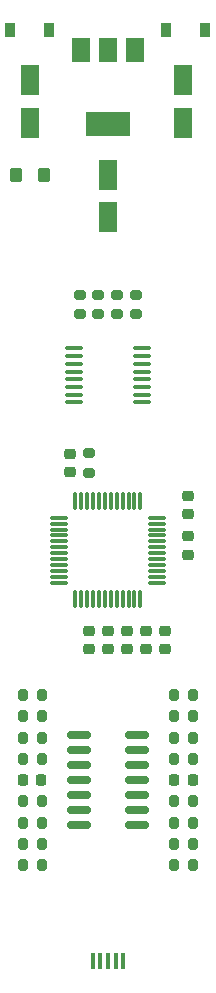
<source format=gbr>
%TF.GenerationSoftware,KiCad,Pcbnew,(6.0.11)*%
%TF.CreationDate,2023-03-09T16:41:40+00:00*%
%TF.ProjectId,QuadEnv_Components,51756164-456e-4765-9f43-6f6d706f6e65,rev?*%
%TF.SameCoordinates,Original*%
%TF.FileFunction,Paste,Top*%
%TF.FilePolarity,Positive*%
%FSLAX46Y46*%
G04 Gerber Fmt 4.6, Leading zero omitted, Abs format (unit mm)*
G04 Created by KiCad (PCBNEW (6.0.11)) date 2023-03-09 16:41:40*
%MOMM*%
%LPD*%
G01*
G04 APERTURE LIST*
G04 Aperture macros list*
%AMRoundRect*
0 Rectangle with rounded corners*
0 $1 Rounding radius*
0 $2 $3 $4 $5 $6 $7 $8 $9 X,Y pos of 4 corners*
0 Add a 4 corners polygon primitive as box body*
4,1,4,$2,$3,$4,$5,$6,$7,$8,$9,$2,$3,0*
0 Add four circle primitives for the rounded corners*
1,1,$1+$1,$2,$3*
1,1,$1+$1,$4,$5*
1,1,$1+$1,$6,$7*
1,1,$1+$1,$8,$9*
0 Add four rect primitives between the rounded corners*
20,1,$1+$1,$2,$3,$4,$5,0*
20,1,$1+$1,$4,$5,$6,$7,0*
20,1,$1+$1,$6,$7,$8,$9,0*
20,1,$1+$1,$8,$9,$2,$3,0*%
G04 Aperture macros list end*
%ADD10RoundRect,0.225000X0.250000X-0.225000X0.250000X0.225000X-0.250000X0.225000X-0.250000X-0.225000X0*%
%ADD11R,0.400000X1.350000*%
%ADD12RoundRect,0.250000X0.275000X0.350000X-0.275000X0.350000X-0.275000X-0.350000X0.275000X-0.350000X0*%
%ADD13RoundRect,0.200000X-0.200000X-0.275000X0.200000X-0.275000X0.200000X0.275000X-0.200000X0.275000X0*%
%ADD14RoundRect,0.200000X0.200000X0.275000X-0.200000X0.275000X-0.200000X-0.275000X0.200000X-0.275000X0*%
%ADD15RoundRect,0.200000X-0.275000X0.200000X-0.275000X-0.200000X0.275000X-0.200000X0.275000X0.200000X0*%
%ADD16RoundRect,0.200000X0.275000X-0.200000X0.275000X0.200000X-0.275000X0.200000X-0.275000X-0.200000X0*%
%ADD17RoundRect,0.225000X0.225000X0.250000X-0.225000X0.250000X-0.225000X-0.250000X0.225000X-0.250000X0*%
%ADD18RoundRect,0.225000X-0.225000X-0.250000X0.225000X-0.250000X0.225000X0.250000X-0.225000X0.250000X0*%
%ADD19RoundRect,0.225000X-0.250000X0.225000X-0.250000X-0.225000X0.250000X-0.225000X0.250000X0.225000X0*%
%ADD20RoundRect,0.100000X-0.637500X-0.100000X0.637500X-0.100000X0.637500X0.100000X-0.637500X0.100000X0*%
%ADD21RoundRect,0.150000X-0.825000X-0.150000X0.825000X-0.150000X0.825000X0.150000X-0.825000X0.150000X0*%
%ADD22RoundRect,0.075000X-0.075000X-0.662500X0.075000X-0.662500X0.075000X0.662500X-0.075000X0.662500X0*%
%ADD23RoundRect,0.075000X-0.662500X-0.075000X0.662500X-0.075000X0.662500X0.075000X-0.662500X0.075000X0*%
%ADD24RoundRect,0.250000X-0.550000X1.050000X-0.550000X-1.050000X0.550000X-1.050000X0.550000X1.050000X0*%
%ADD25RoundRect,0.250000X0.550000X-1.050000X0.550000X1.050000X-0.550000X1.050000X-0.550000X-1.050000X0*%
%ADD26R,0.900000X1.200000*%
%ADD27R,1.500000X2.000000*%
%ADD28R,3.800000X2.000000*%
G04 APERTURE END LIST*
D10*
%TO.C,C13*%
X62600000Y-110975000D03*
X62600000Y-109425000D03*
%TD*%
D11*
%TO.C,J7*%
X58100000Y-137415000D03*
X58750000Y-137415000D03*
X59400000Y-137415000D03*
X60050000Y-137415000D03*
X60700000Y-137415000D03*
%TD*%
D12*
%TO.C,L1*%
X51650000Y-70800000D03*
X53950000Y-70800000D03*
%TD*%
D13*
%TO.C,R24*%
X66625000Y-114870000D03*
X64975000Y-114870000D03*
%TD*%
%TO.C,R23*%
X66625000Y-116670000D03*
X64975000Y-116670000D03*
%TD*%
%TO.C,R22*%
X66625000Y-127470000D03*
X64975000Y-127470000D03*
%TD*%
%TO.C,R21*%
X66625000Y-129270000D03*
X64975000Y-129270000D03*
%TD*%
D14*
%TO.C,R20*%
X52175000Y-127470000D03*
X53825000Y-127470000D03*
%TD*%
%TO.C,R19*%
X52175000Y-129270000D03*
X53825000Y-129270000D03*
%TD*%
%TO.C,R18*%
X52175000Y-114870000D03*
X53825000Y-114870000D03*
%TD*%
%TO.C,R17*%
X52175000Y-116670000D03*
X53825000Y-116670000D03*
%TD*%
D13*
%TO.C,R16*%
X66625000Y-118470000D03*
X64975000Y-118470000D03*
%TD*%
%TO.C,R15*%
X66625000Y-125670000D03*
X64975000Y-125670000D03*
%TD*%
D14*
%TO.C,R14*%
X52175000Y-125670000D03*
X53825000Y-125670000D03*
%TD*%
D13*
%TO.C,R13*%
X53825000Y-118470000D03*
X52175000Y-118470000D03*
%TD*%
%TO.C,R12*%
X66625000Y-120270000D03*
X64975000Y-120270000D03*
%TD*%
%TO.C,R11*%
X66625000Y-123870000D03*
X64975000Y-123870000D03*
%TD*%
D14*
%TO.C,R10*%
X52175000Y-123870000D03*
X53825000Y-123870000D03*
%TD*%
%TO.C,R9*%
X52175000Y-120270000D03*
X53825000Y-120270000D03*
%TD*%
D15*
%TO.C,R5*%
X57800000Y-96025000D03*
X57800000Y-94375000D03*
%TD*%
D16*
%TO.C,R4*%
X60200000Y-80975000D03*
X60200000Y-82625000D03*
%TD*%
%TO.C,R3*%
X61800000Y-80975000D03*
X61800000Y-82625000D03*
%TD*%
D15*
%TO.C,R2*%
X58600000Y-82625000D03*
X58600000Y-80975000D03*
%TD*%
%TO.C,R1*%
X57000000Y-82625000D03*
X57000000Y-80975000D03*
%TD*%
D10*
%TO.C,C12*%
X59400000Y-109425000D03*
X59400000Y-110975000D03*
%TD*%
%TO.C,C11*%
X57800000Y-109425000D03*
X57800000Y-110975000D03*
%TD*%
D17*
%TO.C,C10*%
X65025000Y-122070000D03*
X66575000Y-122070000D03*
%TD*%
D18*
%TO.C,C9*%
X53775000Y-122070000D03*
X52225000Y-122070000D03*
%TD*%
D19*
%TO.C,C7*%
X61000000Y-109425000D03*
X61000000Y-110975000D03*
%TD*%
D10*
%TO.C,C6*%
X56200000Y-94425000D03*
X56200000Y-95975000D03*
%TD*%
%TO.C,C3*%
X66200000Y-98025000D03*
X66200000Y-99575000D03*
%TD*%
D19*
%TO.C,C2*%
X64200000Y-110975000D03*
X64200000Y-109425000D03*
%TD*%
%TO.C,C1*%
X66200000Y-102975000D03*
X66200000Y-101425000D03*
%TD*%
D20*
%TO.C,U3*%
X62262500Y-85525000D03*
X62262500Y-86175000D03*
X62262500Y-86825000D03*
X62262500Y-87475000D03*
X62262500Y-88125000D03*
X62262500Y-88775000D03*
X62262500Y-89425000D03*
X62262500Y-90075000D03*
X56537500Y-90075000D03*
X56537500Y-89425000D03*
X56537500Y-88775000D03*
X56537500Y-88125000D03*
X56537500Y-87475000D03*
X56537500Y-86825000D03*
X56537500Y-86175000D03*
X56537500Y-85525000D03*
%TD*%
D21*
%TO.C,U4*%
X61875000Y-118260000D03*
X61875000Y-119530000D03*
X61875000Y-120800000D03*
X61875000Y-122070000D03*
X61875000Y-123340000D03*
X61875000Y-124610000D03*
X61875000Y-125880000D03*
X56925000Y-125880000D03*
X56925000Y-124610000D03*
X56925000Y-123340000D03*
X56925000Y-122070000D03*
X56925000Y-120800000D03*
X56925000Y-119530000D03*
X56925000Y-118260000D03*
%TD*%
D22*
%TO.C,U1*%
X56650000Y-98437500D03*
X57150000Y-98437500D03*
X57650000Y-98437500D03*
X58150000Y-98437500D03*
X58650000Y-98437500D03*
X59150000Y-98437500D03*
X59650000Y-98437500D03*
X60150000Y-98437500D03*
X60650000Y-98437500D03*
X61150000Y-98437500D03*
X61650000Y-98437500D03*
X62150000Y-98437500D03*
D23*
X63562500Y-99850000D03*
X63562500Y-100350000D03*
X63562500Y-100850000D03*
X63562500Y-101350000D03*
X63562500Y-101850000D03*
X63562500Y-102350000D03*
X63562500Y-102850000D03*
X63562500Y-103350000D03*
X63562500Y-103850000D03*
X63562500Y-104350000D03*
X63562500Y-104850000D03*
X63562500Y-105350000D03*
D22*
X62150000Y-106762500D03*
X61650000Y-106762500D03*
X61150000Y-106762500D03*
X60650000Y-106762500D03*
X60150000Y-106762500D03*
X59650000Y-106762500D03*
X59150000Y-106762500D03*
X58650000Y-106762500D03*
X58150000Y-106762500D03*
X57650000Y-106762500D03*
X57150000Y-106762500D03*
X56650000Y-106762500D03*
D23*
X55237500Y-105350000D03*
X55237500Y-104850000D03*
X55237500Y-104350000D03*
X55237500Y-103850000D03*
X55237500Y-103350000D03*
X55237500Y-102850000D03*
X55237500Y-102350000D03*
X55237500Y-101850000D03*
X55237500Y-101350000D03*
X55237500Y-100850000D03*
X55237500Y-100350000D03*
X55237500Y-99850000D03*
%TD*%
D24*
%TO.C,C4*%
X52800000Y-66400000D03*
X52800000Y-62800000D03*
%TD*%
D25*
%TO.C,C5*%
X65800000Y-62800000D03*
X65800000Y-66400000D03*
%TD*%
D24*
%TO.C,C8*%
X59400000Y-74400000D03*
X59400000Y-70800000D03*
%TD*%
D26*
%TO.C,D1*%
X54450000Y-58600000D03*
X51150000Y-58600000D03*
%TD*%
%TO.C,D2*%
X67650000Y-58600000D03*
X64350000Y-58600000D03*
%TD*%
D27*
%TO.C,U2*%
X57100000Y-60250000D03*
X59400000Y-60250000D03*
D28*
X59400000Y-66550000D03*
D27*
X61700000Y-60250000D03*
%TD*%
M02*

</source>
